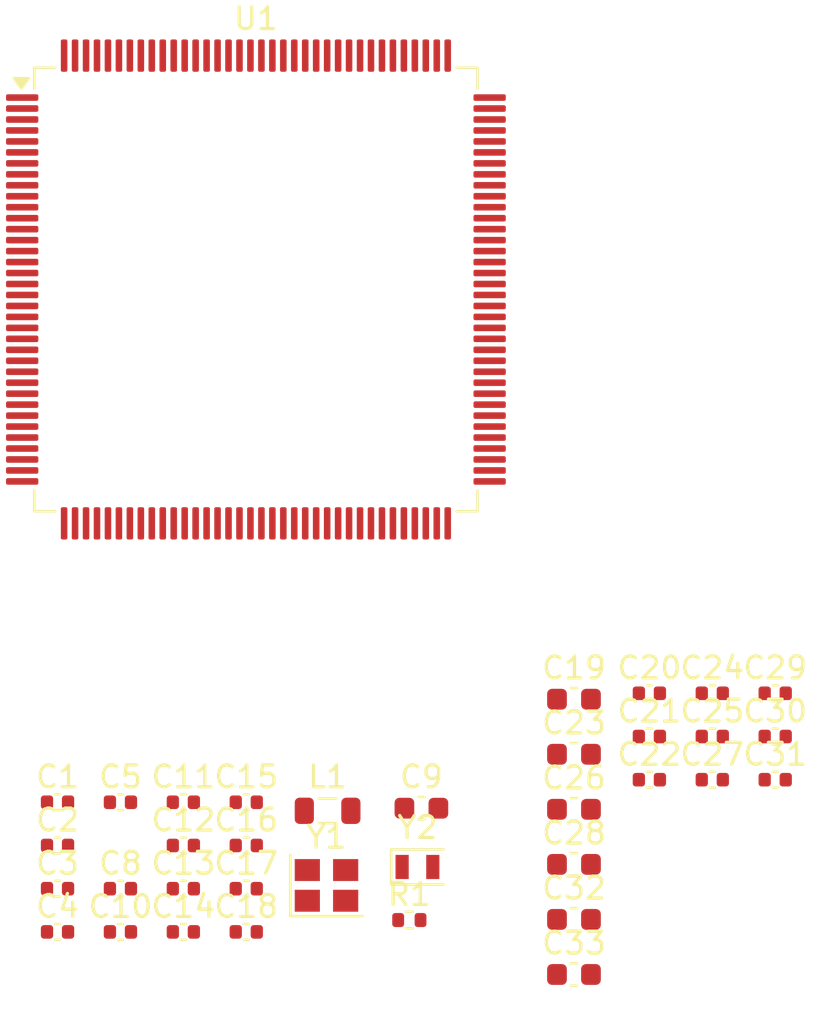
<source format=kicad_pcb>
(kicad_pcb (version 20240108) (generator "pcbnew") (generator_version "8.0")
  (layers (0 "F.Cu" signal) (31 "B.Cu" signal) (34 "B.Paste" user) (35 "F.Paste" user) (36 "B.SilkS" user "B.Silkscreen") (37 "F.SilkS" user "F.Silkscreen") (38 "B.Mask" user) (39 "F.Mask" user) (44 "Edge.Cuts" user))
  (net 0 "")
  (net 1 "/MCU/RCC_OSC_IN")
  (net 2 "GND")
  (net 3 "/MCU/RCC_OSC_OUT")
  (net 4 "/MCU/RCC_OSC32_IN")
  (net 5 "/MCU/RCC_OSC32_OUT")
  (net 6 "/MCU/RESET")
  (net 7 "+3V3")
  (net 8 "VDD11")
  (net 9 "Net-(U1-VLXSMPS)")
  (net 38 "/MCU/DSI_CKP")
  (net 84 "/MCU/DSI_D0P")
  (net 87 "/MCU/DSI_CKN")
  (net 88 "/MCU/DSI_D0N")
  (net 94 "/MCU/BOOT0")
  (net 104 "/MCU/DSI_D1N")
  (net 107 "/MCU/DSI_D1P")
  (footprint "Capacitor_SMD:C_0402_1005Metric" (layer "F.Cu") (at 155.4964 122.692)
    (property "Reference" "C31" (at 0 -1.16 0) (layer "F.SilkS"))
    (property "Value" "100n")
    (fp_line (start -0.107836 -0.36) (end 0.107836 -0.36) (stroke (width 0.12)) (layer "F.SilkS"))
    (fp_line (start -0.107836 0.36) (end 0.107836 0.36) (stroke (width 0.12)) (layer "F.SilkS"))
    (pad "1" smd roundrect (at -0.48 0) (size 0.56 0.62) (layers "F.Cu" "F.Paste" "F.Mask") (net 8 "VDD11"))
    (pad "2" smd roundrect (at 0.48 0) (size 0.56 0.62) (layers "F.Cu" "F.Paste" "F.Mask") (net 2 "GND"))
  )
  (footprint "Crystal:Crystal_SMD_2520-4Pin_2.5x2.0mm" (layer "F.Cu") (at 135.0258 127.5104)
    (property "Reference" "Y1" (at 0 -2.2 0) (layer "F.SilkS"))
    (property "Value" "16MHz")
    (fp_line (start -1.65 -1.4) (end -1.65 1.4) (stroke (width 0.12)) (layer "F.SilkS"))
    (fp_line (start -1.65 1.4) (end 1.65 1.4) (stroke (width 0.12)) (layer "F.SilkS"))
    (pad "1" smd rect (at -0.875 0.7) (size 1.15 1) (layers "F.Cu" "F.Paste" "F.Mask") (net 3 "/MCU/RCC_OSC_OUT"))
    (pad "2" smd rect (at 0.875 0.7) (size 1.15 1) (layers "F.Cu" "F.Paste" "F.Mask") (net 2 "GND"))
    (pad "3" smd rect (at 0.875 -0.7) (size 1.15 1) (layers "F.Cu" "F.Paste" "F.Mask") (net 1 "/MCU/RCC_OSC_IN"))
    (pad "4" smd rect (at -0.875 -0.7) (size 1.15 1) (layers "F.Cu" "F.Paste" "F.Mask") (net 2 "GND"))
  )
  (footprint "Capacitor_SMD:C_0402_1005Metric" (layer "F.Cu") (at 152.6264 120.722)
    (property "Reference" "C25" (at 0 -1.16 0) (layer "F.SilkS"))
    (property "Value" "100n")
    (fp_line (start -0.107836 -0.36) (end 0.107836 -0.36) (stroke (width 0.12)) (layer "F.SilkS"))
    (fp_line (start -0.107836 0.36) (end 0.107836 0.36) (stroke (width 0.12)) (layer "F.SilkS"))
    (pad "1" smd roundrect (at -0.48 0) (size 0.56 0.62) (layers "F.Cu" "F.Paste" "F.Mask") (net 7 "+3V3"))
    (pad "2" smd roundrect (at 0.48 0) (size 0.56 0.62) (layers "F.Cu" "F.Paste" "F.Mask") (net 2 "GND"))
  )
  (footprint "Capacitor_SMD:C_0603_1608Metric" (layer "F.Cu") (at 139.3558 123.9904)
    (property "Reference" "C9" (at 0 -1.43 0) (layer "F.SilkS"))
    (property "Value" "10u")
    (fp_line (start -0.14058 -0.51) (end 0.14058 -0.51) (stroke (width 0.12)) (layer "F.SilkS"))
    (fp_line (start -0.14058 0.51) (end 0.14058 0.51) (stroke (width 0.12)) (layer "F.SilkS"))
    (pad "1" smd roundrect (at -0.775 0) (size 0.9 0.95) (layers "F.Cu" "F.Paste" "F.Mask") (net 7 "+3V3"))
    (pad "2" smd roundrect (at 0.775 0) (size 0.9 0.95) (layers "F.Cu" "F.Paste" "F.Mask") (net 2 "GND"))
  )
  (footprint "Capacitor_SMD:C_0402_1005Metric" (layer "F.Cu") (at 131.3658 127.6604)
    (property "Reference" "C17" (at 0 -1.16 0) (layer "F.SilkS"))
    (property "Value" "100n")
    (fp_line (start -0.107836 -0.36) (end 0.107836 -0.36) (stroke (width 0.12)) (layer "F.SilkS"))
    (fp_line (start -0.107836 0.36) (end 0.107836 0.36) (stroke (width 0.12)) (layer "F.SilkS"))
    (pad "1" smd roundrect (at -0.48 0) (size 0.56 0.62) (layers "F.Cu" "F.Paste" "F.Mask") (net 7 "+3V3"))
    (pad "2" smd roundrect (at 0.48 0) (size 0.56 0.62) (layers "F.Cu" "F.Paste" "F.Mask") (net 2 "GND"))
  )
  (footprint "Capacitor_SMD:C_0402_1005Metric" (layer "F.Cu") (at 149.7564 120.722)
    (property "Reference" "C21" (at 0 -1.16 0) (layer "F.SilkS"))
    (property "Value" "100n")
    (fp_line (start -0.107836 -0.36) (end 0.107836 -0.36) (stroke (width 0.12)) (layer "F.SilkS"))
    (fp_line (start -0.107836 0.36) (end 0.107836 0.36) (stroke (width 0.12)) (layer "F.SilkS"))
    (pad "1" smd roundrect (at -0.48 0) (size 0.56 0.62) (layers "F.Cu" "F.Paste" "F.Mask") (net 7 "+3V3"))
    (pad "2" smd roundrect (at 0.48 0) (size 0.56 0.62) (layers "F.Cu" "F.Paste" "F.Mask") (net 2 "GND"))
  )
  (footprint "Capacitor_SMD:C_0402_1005Metric" (layer "F.Cu") (at 131.3658 129.6304)
    (property "Reference" "C18" (at 0 -1.16 0) (layer "F.SilkS"))
    (property "Value" "100n")
    (fp_line (start -0.107836 -0.36) (end 0.107836 -0.36) (stroke (width 0.12)) (layer "F.SilkS"))
    (fp_line (start -0.107836 0.36) (end 0.107836 0.36) (stroke (width 0.12)) (layer "F.SilkS"))
    (pad "1" smd roundrect (at -0.48 0) (size 0.56 0.62) (layers "F.Cu" "F.Paste" "F.Mask") (net 7 "+3V3"))
    (pad "2" smd roundrect (at 0.48 0) (size 0.56 0.62) (layers "F.Cu" "F.Paste" "F.Mask") (net 2 "GND"))
  )
  (footprint "Capacitor_SMD:C_0603_1608Metric" (layer "F.Cu") (at 146.3164 129.062)
    (property "Reference" "C32" (at 0 -1.43 0) (layer "F.SilkS"))
    (property "Value" "2u2")
    (fp_line (start -0.14058 -0.51) (end 0.14058 -0.51) (stroke (width 0.12)) (layer "F.SilkS"))
    (fp_line (start -0.14058 0.51) (end 0.14058 0.51) (stroke (width 0.12)) (layer "F.SilkS"))
    (pad "1" smd roundrect (at -0.775 0) (size 0.9 0.95) (layers "F.Cu" "F.Paste" "F.Mask") (net 8 "VDD11"))
    (pad "2" smd roundrect (at 0.775 0) (size 0.9 0.95) (layers "F.Cu" "F.Paste" "F.Mask") (net 2 "GND"))
  )
  (footprint "Capacitor_SMD:C_0603_1608Metric" (layer "F.Cu") (at 146.3164 124.042)
    (property "Reference" "C26" (at 0 -1.43 0) (layer "F.SilkS"))
    (property "Value" "1u")
    (fp_line (start -0.14058 -0.51) (end 0.14058 -0.51) (stroke (width 0.12)) (layer "F.SilkS"))
    (fp_line (start -0.14058 0.51) (end 0.14058 0.51) (stroke (width 0.12)) (layer "F.SilkS"))
    (pad "1" smd roundrect (at -0.775 0) (size 0.9 0.95) (layers "F.Cu" "F.Paste" "F.Mask") (net 7 "+3V3"))
    (pad "2" smd roundrect (at 0.775 0) (size 0.9 0.95) (layers "F.Cu" "F.Paste" "F.Mask") (net 2 "GND"))
  )
  (footprint "Package_QFP:LQFP-144_20x20mm_P0.5mm" (layer "F.Cu") (at 131.8061 100.342)
    (property "Reference" "U1" (at 0 -12.35 0) (layer "F.SilkS"))
    (property "Value" "STM32U5G9ZJTxQ")
    (fp_line (start -10.11 -10.11) (end -10.11 -9.16) (stroke (width 0.12)) (layer "F.SilkS"))
    (fp_line (start -10.11 10.11) (end -10.11 9.16) (stroke (width 0.12)) (layer "F.SilkS"))
    (fp_line (start -9.16 -10.11) (end -10.11 -10.11) (stroke (width 0.12)) (layer "F.SilkS"))
    (fp_line (start -9.16 10.11) (end -10.11 10.11) (stroke (width 0.12)) (layer "F.SilkS"))
    (fp_line (start 9.16 -10.11) (end 10.11 -10.11) (stroke (width 0.12)) (layer "F.SilkS"))
    (fp_line (start 9.16 10.11) (end 10.11 10.11) (stroke (width 0.12)) (layer "F.SilkS"))
    (fp_line (start 10.11 -10.11) (end 10.11 -9.16) (stroke (width 0.12)) (layer "F.SilkS"))
    (fp_line (start 10.11 10.11) (end 10.11 9.16) (stroke (width 0.12)) (layer "F.SilkS"))
    (fp_poly (pts (xy -10.7 -9.16) (xy -11.04 -9.63) (xy -10.36 -9.63) (xy -10.7 -9.16)) (stroke (width 0.12)) (fill solid) (layer "F.SilkS"))
    (pad "1" smd roundrect (at -10.6625 -8.75) (size 1.475 0.3) (layers "F.Cu" "F.Paste" "F.Mask"))
    (pad "2" smd roundrect (at -10.6625 -8.25) (size 1.475 0.3) (layers "F.Cu" "F.Paste" "F.Mask"))
    (pad "3" smd roundrect (at -10.6625 -7.75) (size 1.475 0.3) (layers "F.Cu" "F.Paste" "F.Mask"))
    (pad "4" smd roundrect (at -10.6625 -7.25) (size 1.475 0.3) (layers "F.Cu" "F.Paste" "F.Mask"))
    (pad "5" smd roundrect (at -10.6625 -6.75) (size 1.475 0.3) (layers "F.Cu" "F.Paste" "F.Mask"))
    (pad "6" smd roundrect (at -10.6625 -6.25) (size 1.475 0.3) (layers "F.Cu" "F.Paste" "F.Mask"))
    (pad "7" smd roundrect (at -10.6625 -5.75) (size 1.475 0.3) (layers "F.Cu" "F.Paste" "F.Mask"))
    (pad "8" smd roundrect (at -10.6625 -5.25) (size 1.475 0.3) (layers "F.Cu" "F.Paste" "F.Mask") (net 4 "/MCU/RCC_OSC32_IN"))
    (pad "9" smd roundrect (at -10.6625 -4.75) (size 1.475 0.3) (layers "F.Cu" "F.Paste" "F.Mask") (net 5 "/MCU/RCC_OSC32_OUT"))
    (pad "10" smd roundrect (at -10.6625 -4.25) (size 1.475 0.3) (layers "F.Cu" "F.Paste" "F.Mask"))
    (pad "11" smd roundrect (at -10.6625 -3.75) (size 1.475 0.3) (layers "F.Cu" "F.Paste" "F.Mask"))
    (pad "12" smd roundrect (at -10.6625 -3.25) (size 1.475 0.3) (layers "F.Cu" "F.Paste" "F.Mask"))
    (pad "13" smd roundrect (at -10.6625 -2.75) (size 1.475 0.3) (layers "F.Cu" "F.Paste" "F.Mask") (net 7 "+3V3"))
    (pad "14" smd roundrect (at -10.6625 -2.25) (size 1.475 0.3) (layers "F.Cu" "F.Paste" "F.Mask") (net 8 "VDD11"))
    (pad "15" smd roundrect (at -10.6625 -1.75) (size 1.475 0.3) (layers "F.Cu" "F.Paste" "F.Mask") (net 84 "/MCU/DSI_D0P"))
    (pad "16" smd roundrect (at -10.6625 -1.25) (size 1.475 0.3) (layers "F.Cu" "F.Paste" "F.Mask") (net 88 "/MCU/DSI_D0N"))
    (pad "17" smd roundrect (at -10.6625 -0.75) (size 1.475 0.3) (layers "F.Cu" "F.Paste" "F.Mask") (net 2 "GND"))
    (pad "18" smd roundrect (at -10.6625 -0.25) (size 1.475 0.3) (layers "F.Cu" "F.Paste" "F.Mask") (net 38 "/MCU/DSI_CKP"))
    (pad "19" smd roundrect (at -10.6625 0.25) (size 1.475 0.3) (layers "F.Cu" "F.Paste" "F.Mask") (net 87 "/MCU/DSI_CKN"))
    (pad "20" smd roundrect (at -10.6625 0.75) (size 1.475 0.3) (layers "F.Cu" "F.Paste" "F.Mask") (net 8 "VDD11"))
    (pad "21" smd roundrect (at -10.6625 1.25) (size 1.475 0.3) (layers "F.Cu" "F.Paste" "F.Mask") (net 107 "/MCU/DSI_D1P"))
    (pad "22" smd roundrect (at -10.6625 1.75) (size 1.475 0.3) (layers "F.Cu" "F.Paste" "F.Mask") (net 104 "/MCU/DSI_D1N"))
    (pad "23" smd roundrect (at -10.6625 2.25) (size 1.475 0.3) (layers "F.Cu" "F.Paste" "F.Mask") (net 2 "GND"))
    (pad "24" smd roundrect (at -10.6625 2.75) (size 1.475 0.3) (layers "F.Cu" "F.Paste" "F.Mask") (net 2 "GND"))
    (pad "25" smd roundrect (at -10.6625 3.25) (size 1.475 0.3) (layers "F.Cu" "F.Paste" "F.Mask") (net 7 "+3V3"))
    (pad "26" smd roundrect (at -10.6625 3.75) (size 1.475 0.3) (layers "F.Cu" "F.Paste" "F.Mask"))
    (pad "27" smd roundrect (at -10.6625 4.25) (size 1.475 0.3) (layers "F.Cu" "F.Paste" "F.Mask"))
    (pad "28" smd roundrect (at -10.6625 4.75) (size 1.475 0.3) (layers "F.Cu" "F.Paste" "F.Mask") (net 6 "/MCU/RESET"))
    (pad "29" smd roundrect (at -10.6625 5.25) (size 1.475 0.3) (layers "F.Cu" "F.Paste" "F.Mask"))
    (pad "30" smd roundrect (at -10.6625 5.75) (size 1.475 0.3) (layers "F.Cu" "F.Paste" "F.Mask"))
    (pad "31" smd roundrect (at -10.6625 6.25) (size 1.475 0.3) (layers "F.Cu" "F.Paste" "F.Mask"))
    (pad "32" smd roundrect (at -10.6625 6.75) (size 1.475 0.3) (layers "F.Cu" "F.Paste" "F.Mask"))
    (pad "33" smd roundrect (at -10.6625 7.25) (size 1.475 0.3) (layers "F.Cu" "F.Paste" "F.Mask") (net 2 "GND"))
    (pad "34" smd roundrect (at -10.6625 7.75) (size 1.475 0.3) (layers "F.Cu" "F.Paste" "F.Mask") (net 7 "+3V3"))
    (pad "35" smd roundrect (at -10.6625 8.25) (size 1.475 0.3) (layers "F.Cu" "F.Paste" "F.Mask") (net 7 "+3V3"))
    (pad "36" smd roundrect (at -10.6625 8.75) (size 1.475 0.3) (layers "F.Cu" "F.Paste" "F.Mask"))
    (pad "37" smd roundrect (at -8.75 10.6625) (size 0.3 1.475) (layers "F.Cu" "F.Paste" "F.Mask"))
    (pad "38" smd roundrect (at -8.25 10.6625) (size 0.3 1.475) (layers "F.Cu" "F.Paste" "F.Mask"))
    (pad "39" smd roundrect (at -7.75 10.6625) (size 0.3 1.475) (layers "F.Cu" "F.Paste" "F.Mask"))
    (pad "40" smd roundrect (at -7.25 10.6625) (size 0.3 1.475) (layers "F.Cu" "F.Paste" "F.Mask") (net 2 "GND"))
    (pad "41" smd roundrect (at -6.75 10.6625) (size 0.3 1.475) (layers "F.Cu" "F.Paste" "F.Mask") (net 7 "+3V3"))
    (pad "42" smd roundrect (at -6.25 10.6625) (size 0.3 1.475) (layers "F.Cu" "F.Paste" "F.Mask"))
    (pad "43" smd roundrect (at -5.75 10.6625) (size 0.3 1.475) (layers "F.Cu" "F.Paste" "F.Mask"))
    (pad "44" smd roundrect (at -5.25 10.6625) (size 0.3 1.475) (layers "F.Cu" "F.Paste" "F.Mask"))
    (pad "45" smd roundrect (at -4.75 10.6625) (size 0.3 1.475) (layers "F.Cu" "F.Paste" "F.Mask"))
    (pad "46" smd roundrect (at -4.25 10.6625) (size 0.3 1.475) (layers "F.Cu" "F.Paste" "F.Mask"))
    (pad "47" smd roundrect (at -3.75 10.6625) (size 0.3 1.475) (layers "F.Cu" "F.Paste" "F.Mask"))
    (pad "48" smd roundrect (at -3.25 10.6625) (size 0.3 1.475) (layers "F.Cu" "F.Paste" "F.Mask"))
    (pad "49" smd roundrect (at -2.75 10.6625) (size 0.3 1.475) (layers "F.Cu" "F.Paste" "F.Mask"))
    (pad "50" smd roundrect (at -2.25 10.6625) (size 0.3 1.475) (layers "F.Cu" "F.Paste" "F.Mask"))
    (pad "51" smd roundrect (at -1.75 10.6625) (size 0.3 1.475) (layers "F.Cu" "F.Paste" "F.Mask"))
    (pad "52" smd roundrect (at -1.25 10.6625) (size 0.3 1.475) (layers "F.Cu" "F.Paste" "F.Mask"))
    (pad "53" smd roundrect (at -0.75 10.6625) (size 0.3 1.475) (layers "F.Cu" "F.Paste" "F.Mask"))
    (pad "54" smd roundrect (at -0.25 10.6625) (size 0.3 1.475) (layers "F.Cu" "F.Paste" "F.Mask") (net 2 "GND"))
    (pad "55" smd roundrect (at 0.25 10.6625) (size 0.3 1.475) (layers "F.Cu" "F.Paste" "F.Mask") (net 7 "+3V3"))
    (pad "56" smd roundrect (at 0.75 10.6625) (size 0.3 1.475) (layers "F.Cu" "F.Paste" "F.Mask"))
    (pad "57" smd roundrect (at 1.25 10.6625) (size 0.3 1.475) (layers "F.Cu" "F.Paste" "F.Mask"))
    (pad "58" smd roundrect (at 1.75 10.6625) (size 0.3 1.475) (layers "F.Cu" "F.Paste" "F.Mask"))
    (pad "59" smd roundrect (at 2.25 10.6625) (size 0.3 1.475) (layers "F.Cu" "F.Paste" "F.Mask"))
    (pad "60" smd roundrect (at 2.75 10.6625) (size 0.3 1.475) (layers "F.Cu" "F.Paste" "F.Mask"))
    (pad "61" smd roundrect (at 3.25 10.6625) (size 0.3 1.475) (layers "F.Cu" "F.Paste" "F.Mask"))
    (pad "62" smd roundrect (at 3.75 10.6625) (size 0.3 1.475) (layers "F.Cu" "F.Paste" "F.Mask"))
    (pad "63" smd roundrect (at 4.25 10.6625) (size 0.3 1.475) (layers "F.Cu" "F.Paste" "F.Mask"))
    (pad "64" smd roundrect (at 4.75 10.6625) (size 0.3 1.475) (layers "F.Cu" "F.Paste" "F.Mask") (net 9 "Net-(U1-VLXSMPS)"))
    (pad "65" smd roundrect (at 5.25 10.6625) (size 0.3 1.475) (layers "F.Cu" "F.Paste" "F.Mask") (net 7 "+3V3"))
    (pad "66" smd roundrect (at 5.75 10.6625) (size 0.3 1.475) (layers "F.Cu" "F.Paste" "F.Mask") (net 2 "GND"))
    (pad "67" smd roundrect (at 6.25 10.6625) (size 0.3 1.475) (layers "F.Cu" "F.Paste" "F.Mask") (net 8 "VDD11"))
    (pad "68" smd roundrect (at 6.75 10.6625) (size 0.3 1.475) (layers "F.Cu" "F.Paste" "F.Mask") (net 2 "GND"))
    (pad "69" smd roundrect (at 7.25 10.6625) (size 0.3 1.475) (layers "F.Cu" "F.Paste" "F.Mask") (net 7 "+3V3"))
    (pad "70" smd roundrect (at 7.75 10.6625) (size 0.3 1.475) (layers "F.Cu" "F.Paste" "F.Mask"))
    (pad "71" smd roundrect (at 8.25 10.6625) (size 0.3 1.475) (layers "F.Cu" "F.Paste" "F.Mask"))
    (pad "72" smd roundrect (at 8.75 10.6625) (size 0.3 1.475) (layers "F.Cu" "F.Paste" "F.Mask"))
    (pad "73" smd roundrect (at 10.6625 8.75) (size 1.475 0.3) (layers "F.Cu" "F.Paste" "F.Mask"))
    (pad "74" smd roundrect (at 10.6625 8.25) (size 1.475 0.3) (layers "F.Cu" "F.Paste" "F.Mask"))
    (pad "75" smd roundrect (at 10.6625 7.75) (size 1.475 0.3) (layers "F.Cu" "F.Paste" "F.Mask"))
    (pad "76" smd roundrect (at 10.6625 7.25) (size 1.475 0.3) (layers "F.Cu" "F.Paste" "F.Mask"))
    (pad "77" smd roundrect (at 10.6625 6.75) (size 1.475 0.3) (layers "F.Cu" "F.Paste" "F.Mask"))
    (pad "78" smd roundrect (at 10.6625 6.25) (size 1.475 0.3) (layers "F.Cu" "F.Paste" "F.Mask"))
    (pad "79" smd roundrect (at 10.6625 5.75) (size 1.475 0.3) (layers "F.Cu" "F.Paste" "F.Mask"))
    (pad "80" smd roundrect (at 10.6625 5.25) (size 1.475 0.3) (layers "F.Cu" "F.Paste" "F.Mask"))
    (pad "81" smd roundrect (at 10.6625 4.75) (size 1.475 0.3) (layers "F.Cu" "F.Paste" "F.Mask"))
    (pad "82" smd roundrect (at 10.6625 4.25) (size 1.475 0.3) (layers "F.Cu" "F.Paste" "F.Mask") (net 2 "GND"))
    (pad "83" smd roundrect (at 10.6625 3.75) (size 1.475 0.3) (layers "F.Cu" "F.Paste" "F.Mask") (net 7 "+3V3"))
    (pad "84" smd roundrect (at 10.6625 3.25) (size 1.475 0.3) (layers "F.Cu" "F.Paste" "F.Mask"))
    (pad "85" smd roundrect (at 10.6625 2.75) (size 1.475 0.3) (layers "F.Cu" "F.Paste" "F.Mask"))
    (pad "86" smd roundrect (at 10.6625 2.25) (size 1.475 0.3) (layers "F.Cu" "F.Paste" "F.Mask"))
    (pad "87" smd roundrect (at 10.6625 1.75) (size 1.475 0.3) (layers "F.Cu" "F.Paste" "F.Mask"))
    (pad "88" smd roundrect (at 10.6625 1.25) (size 1.475 0.3) (layers "F.Cu" "F.Paste" "F.Mask") (net 2 "GND"))
    (pad "89" smd roundrect (at 10.6625 0.75) (size 1.475 0.3) (layers "F.Cu" "F.Paste" "F.Mask") (net 7 "+3V3"))
    (pad "90" smd roundrect (at 10.6625 0.25) (size 1.475 0.3) (layers "F.Cu" "F.Paste" "F.Mask"))
    (pad "91" smd roundrect (at 10.6625 -0.25) (size 1.475 0.3) (layers "F.Cu" "F.Paste" "F.Mask"))
    (pad "92" smd roundrect (at 10.6625 -0.75) (size 1.475 0.3) (layers "F.Cu" "F.Paste" "F.Mask"))
    (pad "93" smd roundrect (at 10.6625 -1.25) (size 1.475 0.3) (layers "F.Cu" "F.Paste" "F.Mask"))
    (pad "94" smd roundrect (at 10.6625 -1.75) (size 1.475 0.3) (layers "F.Cu" "F.Paste" "F.Mask") (net 2 "GND"))
    (pad "95" smd roundrect (at 10.6625 -2.25) (size 1.475 0.3) (layers "F.Cu" "F.Paste" "F.Mask") (net 7 "+3V3"))
    (pad "96" smd roundrect (at 10.6625 -2.75) (size 1.475 0.3) (layers "F.Cu" "F.Paste" "F.Mask"))
    (pad "97" smd roundrect (at 10.6625 -3.25) (size 1.475 0.3) (layers "F.Cu" "F.Paste" "F.Mask"))
    (pad "98" smd roundrect (at 10.6625 -3.75) (size 1.475 0.3) (layers "F.Cu" "F.Paste" "F.Mask"))
    (pad "99" smd roundrect (at 10.6625 -4.25) (size 1.475 0.3) (layers "F.Cu" "F.Paste" "F.Mask"))
    (pad "100" smd roundrect (at 10.6625 -4.75) (size 1.475 0.3) (layers "F.Cu" "F.Paste" "F.Mask"))
    (pad "101" smd roundrect (at 10.6625 -5.25) (size 1.475 0.3) (layers "F.Cu" "F.Paste" "F.Mask"))
    (pad "102" smd roundrect (at 10.6625 -5.75) (size 1.475 0.3) (layers "F.Cu" "F.Paste" "F.Mask"))
    (pad "103" smd roundrect (at 10.6625 -6.25) (size 1.475 0.3) (layers "F.Cu" "F.Paste" "F.Mask"))
    (pad "104" smd roundrect (at 10.6625 -6.75) (size 1.475 0.3) (layers "F.Cu" "F.Paste" "F.Mask"))
    (pad "105" smd roundrect (at 10.6625 -7.25) (size 1.475 0.3) (layers "F.Cu" "F.Paste" "F.Mask"))
    (pad "106" smd roundrect (at 10.6625 -7.75) (size 1.475 0.3) (layers "F.Cu" "F.Paste" "F.Mask"))
    (pad "107" smd roundrect (at 10.6625 -8.25) (size 1.475 0.3) (layers "F.Cu" "F.Paste" "F.Mask"))
    (pad "108" smd roundrect (at 10.6625 -8.75) (size 1.475 0.3) (layers "F.Cu" "F.Paste" "F.Mask") (net 7 "+3V3"))
    (pad "109" smd roundrect (at 8.75 -10.6625) (size 0.3 1.475) (layers "F.Cu" "F.Paste" "F.Mask") (net 7 "+3V3"))
    (pad "110" smd roundrect (at 8.25 -10.6625) (size 0.3 1.475) (layers "F.Cu" "F.Paste" "F.Mask") (net 2 "GND"))
    (pad "111" smd roundrect (at 7.75 -10.6625) (size 0.3 1.475) (layers "F.Cu" "F.Paste" "F.Mask"))
    (pad "112" smd roundrect (at 7.25 -10.6625) (size 0.3 1.475) (layers "F.Cu" "F.Paste" "F.Mask"))
    (pad "113" smd roundrect (at 6.75 -10.6625) (size 0.3 1.475) (layers "F.Cu" "F.Paste" "F.Mask"))
    (pad "114" smd roundrect (at 6.25 -10.6625) (size 0.3 1.475) (layers "F.Cu" "F.Paste" "F.Mask"))
    (pad "115" smd roundrect (at 5.75 -10.6625) (size 0.3 1.475) (layers "F.Cu" "F.Paste" "F.Mask"))
    (pad "116" smd roundrect (at 5.25 -10.6625) (size 0.3 1.475) (layers "F.Cu" "F.Paste" "F.Mask"))
    (pad "117" smd roundrect (at 4.75 -10.6625) (size 0.3 1.475) (layers "F.Cu" "F.Paste" "F.Mask"))
    (pad "118" smd roundrect (at 4.25 -10.6625) (size 0.3 1.475) (layers "F.Cu" "F.Paste" "F.Mask"))
    (pad "119" smd roundrect (at 3.75 -10.6625) (size 0.3 1.475) (layers "F.Cu" "F.Paste" "F.Mask"))
    (pad "120" smd roundrect (at 3.25 -10.6625) (size 0.3 1.475) (layers "F.Cu" "F.Paste" "F.Mask"))
    (pad "121" smd roundrect (at 2.75 -10.6625) (size 0.3 1.475) (layers "F.Cu" "F.Paste" "F.Mask"))
    (pad "122" smd roundrect (at 2.25 -10.6625) (size 0.3 1.475) (layers "F.Cu" "F.Paste" "F.Mask") (net 7 "+3V3"))
    (pad "123" smd roundrect (at 1.75 -10.6625) (size 0.3 1.475) (layers "F.Cu" "F.Paste" "F.Mask"))
    (pad "124" smd roundrect (at 1.25 -10.6625) (size 0.3 1.475) (layers "F.Cu" "F.Paste" "F.Mask"))
    (pad "125" smd roundrect (at 0.75 -10.6625) (size 0.3 1.475) (layers "F.Cu" "F.Paste" "F.Mask"))
    (pad "126" smd roundrect (at 0.25 -10.6625) (size 0.3 1.475) (layers "F.Cu" "F.Paste" "F.Mask"))
    (pad "127" smd roundrect (at -0.25 -10.6625) (size 0.3 1.475) (layers "F.Cu" "F.Paste" "F.Mask"))
    (pad "128" smd roundrect (at -0.75 -10.6625) (size 0.3 1.475) (layers "F.Cu" "F.Paste" "F.Mask"))
    (pad "129" smd roundrect (at -1.25 -10.6625) (size 0.3 1.475) (layers "F.Cu" "F.Paste" "F.Mask"))
    (pad "130" smd roundrect (at -1.75 -10.6625) (size 0.3 1.475) (layers "F.Cu" "F.Paste" "F.Mask") (net 2 "GND"))
    (pad "131" smd roundrect (at -2.25 -10.6625) (size 0.3 1.475) (layers "F.Cu" "F.Paste" "F.Mask") (net 7 "+3V3"))
    (pad "132" smd roundrect (at -2.75 -10.6625) (size 0.3 1.475) (layers "F.Cu" "F.Paste" "F.Mask"))
    (pad "133" smd roundrect (at -3.25 -10.6625) (size 0.3 1.475) (layers "F.Cu" "F.Paste" "F.Mask"))
    (pad "134" smd roundrect (at -3.75 -10.6625) (size 0.3 1.475) (layers "F.Cu" "F.Paste" "F.Mask"))
    (pad "135" smd roundrect (at -4.25 -10.6625) (size 0.3 1.475) (layers "F.Cu" "F.Paste" "F.Mask"))
    (pad "136" smd roundrect (at -4.75 -10.6625) (size 0.3 1.475) (layers "F.Cu" "F.Paste" "F.Mask"))
    (pad "137" smd roundrect (at -5.25 -10.6625) (size 0.3 1.475) (layers "F.Cu" "F.Paste" "F.Mask"))
    (pad "138" smd roundrect (at -5.75 -10.6625) (size 0.3 1.475) (layers "F.Cu" "F.Paste" "F.Mask") (net 94 "/MCU/BOOT0"))
    (pad "139" smd roundrect (at -6.25 -10.6625) (size 0.3 1.475) (layers "F.Cu" "F.Paste" "F.Mask"))
    (pad "140" smd roundrect (at -6.75 -10.6625) (size 0.3 1.475) (layers "F.Cu" "F.Paste" "F.Mask"))
    (pad "141" smd roundrect (at -7.25 -10.6625) (size 0.3 1.475) (layers "F.Cu" "F.Paste" "F.Mask"))
    (pad "142" smd roundrect (at -7.75 -10.6625) (size 0.3 1.475) (layers "F.Cu" "F.Paste" "F.Mask") (net 8 "VDD11"))
    (pad "143" smd roundrect (at -8.25 -10.6625) (size 0.3 1.475) (layers "F.Cu" "F.Paste" "F.Mask") (net 2 "GND"))
    (pad "144" smd roundrect (at -8.75 -10.6625) (size 0.3 1.475) (layers "F.Cu" "F.Paste" "F.Mask") (net 7 "+3V3"))
  )
  (footprint "Capacitor_SMD:C_0402_1005Metric" (layer "F.Cu") (at 122.7558 129.6304)
    (property "Reference" "C4" (at 0 -1.16 0) (layer "F.SilkS"))
    (property "Value" "22p")
    (fp_line (start -0.107836 -0.36) (end 0.107836 -0.36) (stroke (width 0.12)) (layer "F.SilkS"))
    (fp_line (start -0.107836 0.36) (end 0.107836 0.36) (stroke (width 0.12)) (layer "F.SilkS"))
    (pad "1" smd roundrect (at -0.48 0) (size 0.56 0.62) (layers "F.Cu" "F.Paste" "F.Mask") (net 2 "GND"))
    (pad "2" smd roundrect (at 0.48 0) (size 0.56 0.62) (layers "F.Cu" "F.Paste" "F.Mask") (net 5 "/MCU/RCC_OSC32_OUT"))
  )
  (footprint "Capacitor_SMD:C_0603_1608Metric" (layer "F.Cu") (at 146.3164 119.022)
    (property "Reference" "C19" (at 0 -1.43 0) (layer "F.SilkS"))
    (property "Value" "4u7")
    (fp_line (start -0.14058 -0.51) (end 0.14058 -0.51) (stroke (width 0.12)) (layer "F.SilkS"))
    (fp_line (start -0.14058 0.51) (end 0.14058 0.51) (stroke (width 0.12)) (layer "F.SilkS"))
    (pad "1" smd roundrect (at -0.775 0) (size 0.9 0.95) (layers "F.Cu" "F.Paste" "F.Mask") (net 7 "+3V3"))
    (pad "2" smd roundrect (at 0.775 0) (size 0.9 0.95) (layers "F.Cu" "F.Paste" "F.Mask") (net 2 "GND"))
  )
  (footprint "Capacitor_SMD:C_0402_1005Metric" (layer "F.Cu") (at 125.6258 127.6604)
    (property "Reference" "C8" (at 0 -1.16 0) (layer "F.SilkS"))
    (property "Value" "100n")
    (fp_line (start -0.107836 -0.36) (end 0.107836 -0.36) (stroke (width 0.12)) (layer "F.SilkS"))
    (fp_line (start -0.107836 0.36) (end 0.107836 0.36) (stroke (width 0.12)) (layer "F.SilkS"))
    (pad "1" smd roundrect (at -0.48 0) (size 0.56 0.62) (layers "F.Cu" "F.Paste" "F.Mask") (net 7 "+3V3"))
    (pad "2" smd roundrect (at 0.48 0) (size 0.56 0.62) (layers "F.Cu" "F.Paste" "F.Mask") (net 2 "GND"))
  )
  (footprint "Capacitor_SMD:C_0402_1005Metric" (layer "F.Cu") (at 131.3658 125.6904)
    (property "Reference" "C16" (at 0 -1.16 0) (layer "F.SilkS"))
    (property "Value" "100n")
    (fp_line (start -0.107836 -0.36) (end 0.107836 -0.36) (stroke (width 0.12)) (layer "F.SilkS"))
    (fp_line (start -0.107836 0.36) (end 0.107836 0.36) (stroke (width 0.12)) (layer "F.SilkS"))
    (pad "1" smd roundrect (at -0.48 0) (size 0.56 0.62) (layers "F.Cu" "F.Paste" "F.Mask") (net 7 "+3V3"))
    (pad "2" smd roundrect (at 0.48 0) (size 0.56 0.62) (layers "F.Cu" "F.Paste" "F.Mask") (net 2 "GND"))
  )
  (footprint "Capacitor_SMD:C_0402_1005Metric" (layer "F.Cu") (at 155.4964 118.752)
    (property "Reference" "C29" (at 0 -1.16 0) (layer "F.SilkS"))
    (property "Value" "100n")
    (fp_line (start -0.107836 -0.36) (end 0.107836 -0.36) (stroke (width 0.12)) (layer "F.SilkS"))
    (fp_line (start -0.107836 0.36) (end 0.107836 0.36) (stroke (width 0.12)) (layer "F.SilkS"))
    (pad "1" smd roundrect (at -0.48 0) (size 0.56 0.62) (layers "F.Cu" "F.Paste" "F.Mask") (net 7 "+3V3"))
    (pad "2" smd roundrect (at 0.48 0) (size 0.56 0.62) (layers "F.Cu" "F.Paste" "F.Mask") (net 2 "GND"))
  )
  (footprint "Resistor_SMD:R_0402_1005Metric" (layer "F.Cu") (at 138.8058 129.0904)
    (property "Reference" "R1" (at 0 -1.17 0) (layer "F.SilkS"))
    (property "Value" "10K")
    (fp_line (start -0.153641 -0.38) (end 0.153641 -0.38) (stroke (width 0.12)) (layer "F.SilkS"))
    (fp_line (start -0.153641 0.38) (end 0.153641 0.38) (stroke (width 0.12)) (layer "F.SilkS"))
    (pad "1" smd roundrect (at -0.51 0) (size 0.54 0.64) (layers "F.Cu" "F.Paste" "F.Mask") (net 7 "+3V3"))
    (pad "2" smd roundrect (at 0.51 0) (size 0.54 0.64) (layers "F.Cu" "F.Paste" "F.Mask") (net 6 "/MCU/RESET"))
  )
  (footprint "Capacitor_SMD:C_0402_1005Metric" (layer "F.Cu") (at 131.3658 123.7204)
    (property "Reference" "C15" (at 0 -1.16 0) (layer "F.SilkS"))
    (property "Value" "100n")
    (fp_line (start -0.107836 -0.36) (end 0.107836 -0.36) (stroke (width 0.12)) (layer "F.SilkS"))
    (fp_line (start -0.107836 0.36) (end 0.107836 0.36) (stroke (width 0.12)) (layer "F.SilkS"))
    (pad "1" smd roundrect (at -0.48 0) (size 0.56 0.62) (layers "F.Cu" "F.Paste" "F.Mask") (net 7 "+3V3"))
    (pad "2" smd roundrect (at 0.48 0) (size 0.56 0.62) (layers "F.Cu" "F.Paste" "F.Mask") (net 2 "GND"))
  )
  (footprint "Capacitor_SMD:C_0603_1608Metric" (layer "F.Cu") (at 146.3164 121.532)
    (property "Reference" "C23" (at 0 -1.43 0) (layer "F.SilkS"))
    (property "Value" "10u")
    (fp_line (start -0.14058 -0.51) (end 0.14058 -0.51) (stroke (width 0.12)) (layer "F.SilkS"))
    (fp_line (start -0.14058 0.51) (end 0.14058 0.51) (stroke (width 0.12)) (layer "F.SilkS"))
    (pad "1" smd roundrect (at -0.775 0) (size 0.9 0.95) (layers "F.Cu" "F.Paste" "F.Mask") (net 7 "+3V3"))
    (pad "2" smd roundrect (at 0.775 0) (size 0.9 0.95) (layers "F.Cu" "F.Paste" "F.Mask") (net 2 "GND"))
  )
  (footprint "Capacitor_SMD:C_0603_1608Metric" (layer "F.Cu") (at 146.3164 131.572)
    (property "Reference" "C33" (at 0 -1.43 0) (layer "F.SilkS"))
    (property "Value" "2u2")
    (fp_line (start -0.14058 -0.51) (end 0.14058 -0.51) (stroke (width 0.12)) (layer "F.SilkS"))
    (fp_line (start -0.14058 0.51) (end 0.14058 0.51) (stroke (width 0.12)) (layer "F.SilkS"))
    (pad "1" smd roundrect (at -0.775 0) (size 0.9 0.95) (layers "F.Cu" "F.Paste" "F.Mask") (net 8 "VDD11"))
    (pad "2" smd roundrect (at 0.775 0) (size 0.9 0.95) (layers "F.Cu" "F.Paste" "F.Mask") (net 2 "GND"))
  )
  (footprint "Inductor_SMD:L_0805_2012Metric" (layer "F.Cu") (at 135.0758 124.1104)
    (property "Reference" "L1" (at 0 -1.55 0) (layer "F.SilkS"))
    (property "Value" "2u2")
    (fp_line (start -0.399622 -0.56) (end 0.399622 -0.56) (stroke (width 0.12)) (layer "F.SilkS"))
    (fp_line (start -0.399622 0.56) (end 0.399622 0.56) (stroke (width 0.12)) (layer "F.SilkS"))
    (pad "1" smd roundrect (at -1.0625 0) (size 0.875 1.2) (layers "F.Cu" "F.Paste" "F.Mask") (net 8 "VDD11"))
    (pad "2" smd roundrect (at 1.0625 0) (size 0.875 1.2) (layers "F.Cu" "F.Paste" "F.Mask") (net 9 "Net-(U1-VLXSMPS)"))
  )
  (footprint "Capacitor_SMD:C_0402_1005Metric" (layer "F.Cu") (at 128.4958 129.6304)
    (property "Reference" "C14" (at 0 -1.16 0) (layer "F.SilkS"))
    (property "Value" "100n")
    (fp_line (start -0.107836 -0.36) (end 0.107836 -0.36) (stroke (width 0.12)) (layer "F.SilkS"))
    (fp_line (start -0.107836 0.36) (end 0.107836 0.36) (stroke (width 0.12)) (layer "F.SilkS"))
    (pad "1" smd roundrect (at -0.48 0) (size 0.56 0.62) (layers "F.Cu" "F.Paste" "F.Mask") (net 7 "+3V3"))
    (pad "2" smd roundrect (at 0.48 0) (size 0.56 0.62) (layers "F.Cu" "F.Paste" "F.Mask") (net 2 "GND"))
  )
  (footprint "Capacitor_SMD:C_0402_1005Metric" (layer "F.Cu") (at 149.7564 122.692)
    (property "Reference" "C22" (at 0 -1.16 0) (layer "F.SilkS"))
    (property "Value" "100n")
    (fp_line (start -0.107836 -0.36) (end 0.107836 -0.36) (stroke (width 0.12)) (layer "F.SilkS"))
    (fp_line (start -0.107836 0.36) (end 0.107836 0.36) (stroke (width 0.12)) (layer "F.SilkS"))
    (pad "1" smd roundrect (at -0.48 0) (size 0.56 0.62) (layers "F.Cu" "F.Paste" "F.Mask") (net 7 "+3V3"))
    (pad "2" smd roundrect (at 0.48 0) (size 0.56 0.62) (layers "F.Cu" "F.Paste" "F.Mask") (net 2 "GND"))
  )
  (footprint "Capacitor_SMD:C_0402_1005Metric" (layer "F.Cu") (at 149.7564 118.752)
    (property "Reference" "C20" (at 0 -1.16 0) (layer "F.SilkS"))
    (property "Value" "100n")
    (fp_line (start -0.107836 -0.36) (end 0.107836 -0.36) (stroke (width 0.12)) (layer "F.SilkS"))
    (fp_line (start -0.107836 0.36) (end 0.107836 0.36) (stroke (width 0.12)) (layer "F.SilkS"))
    (pad "1" smd roundrect (at -0.48 0) (size 0.56 0.62) (layers "F.Cu" "F.Paste" "F.Mask") (net 7 "+3V3"))
    (pad "2" smd roundrect (at 0.48 0) (size 0.56 0.62) (layers "F.Cu" "F.Paste" "F.Mask") (net 2 "GND"))
  )
  (footprint "Capacitor_SMD:C_0402_1005Metric" (layer "F.Cu") (at 125.6258 123.7204)
    (property "Reference" "C5" (at 0 -1.16 0) (layer "F.SilkS"))
    (property "Value" "100n")
    (fp_line (start -0.107836 -0.36) (end 0.107836 -0.36) (stroke (width 0.12)) (layer "F.SilkS"))
    (fp_line (start -0.107836 0.36) (end 0.107836 0.36) (stroke (width 0.12)) (layer "F.SilkS"))
    (pad "1" smd roundrect (at -0.48 0) (size 0.56 0.62) (layers "F.Cu" "F.Paste" "F.Mask") (net 2 "GND"))
    (pad "2" smd roundrect (at 0.48 0) (size 0.56 0.62) (layers "F.Cu" "F.Paste" "F.Mask") (net 6 "/MCU/RESET"))
  )
  (footprint "Capacitor_SMD:C_0402_1005Metric" (layer "F.Cu") (at 128.4958 125.6904)
    (property "Reference" "C12" (at 0 -1.16 0) (layer "F.SilkS"))
    (property "Value" "100n")
    (fp_line (start -0.107836 -0.36) (end 0.107836 -0.36) (stroke (width 0.12)) (layer "F.SilkS"))
    (fp_line (start -0.107836 0.36) (end 0.107836 0.36) (stroke (width 0.12)) (layer "F.SilkS"))
    (pad "1" smd roundrect (at -0.48 0) (size 0.56 0.62) (layers "F.Cu" "F.Paste" "F.Mask") (net 7 "+3V3"))
    (pad "2" smd roundrect (at 0.48 0) (size 0.56 0.62) (layers "F.Cu" "F.Paste" "F.Mask") (net 2 "GND"))
  )
  (footprint "Crystal:Crystal_SMD_2012-2Pin_2.0x1.2mm" (layer "F.Cu") (at 139.1758 126.6704)
    (property "Reference" "Y2" (at 0 -1.8 0) (layer "F.SilkS"))
    (property "Value" "32.768KHz")
    (fp_line (start -1.2 -0.8) (end -1.2 0.8) (stroke (width 0.12)) (layer "F.SilkS"))
    (fp_line (start -1.2 0.8) (end 1.2 0.8) (stroke (width 0.12)) (layer "F.SilkS"))
    (fp_line (start 1.2 -0.8) (end -1.2 -0.8) (stroke (width 0.12)) (layer "F.SilkS"))
    (pad "1" smd rect (at -0.7 0) (size 0.6 1.1) (layers "F.Cu" "F.Paste" "F.Mask") (net 5 "/MCU/RCC_OSC32_OUT"))
    (pad "2" smd rect (at 0.7 0) (size 0.6 1.1) (layers "F.Cu" "F.Paste" "F.Mask") (net 4 "/MCU/RCC_OSC32_IN"))
  )
  (footprint "Capacitor_SMD:C_0603_1608Metric" (layer "F.Cu") (at 146.3164 126.552)
    (property "Reference" "C28" (at 0 -1.43 0) (layer "F.SilkS"))
    (property "Value" "1u")
    (fp_line (start -0.14058 -0.51) (end 0.14058 -0.51) (stroke (width 0.12)) (layer "F.SilkS"))
    (fp_line (start -0.14058 0.51) (end 0.14058 0.51) (stroke (width 0.12)) (layer "F.SilkS"))
    (pad "1" smd roundrect (at -0.775 0) (size 0.9 0.95) (layers "F.Cu" "F.Paste" "F.Mask") (net 7 "+3V3"))
    (pad "2" smd roundrect (at 0.775 0) (size 0.9 0.95) (layers "F.Cu" "F.Paste" "F.Mask") (net 2 "GND"))
  )
  (footprint "Capacitor_SMD:C_0402_1005Metric" (layer "F.Cu") (at 152.6264 122.692)
    (property "Reference" "C27" (at 0 -1.16 0) (layer "F.SilkS"))
    (property "Value" "100n")
    (fp_line (start -0.107836 -0.36) (end 0.107836 -0.36) (stroke (width 0.12)) (layer "F.SilkS"))
    (fp_line (start -0.107836 0.36) (end 0.107836 0.36) (stroke (width 0.12)) (layer "F.SilkS"))
    (pad "1" smd roundrect (at -0.48 0) (size 0.56 0.62) (layers "F.Cu" "F.Paste" "F.Mask") (net 7 "+3V3"))
    (pad "2" smd roundrect (at 0.48 0) (size 0.56 0.62) (layers "F.Cu" "F.Paste" "F.Mask") (net 2 "GND"))
  )
  (footprint "Capacitor_SMD:C_0402_1005Metric" (layer "F.Cu") (at 122.7558 123.7204)
    (property "Reference" "C1" (at 0 -1.16 0) (layer "F.SilkS"))
    (property "Value" "22p")
    (fp_line (start -0.107836 -0.36) (end 0.107836 -0.36) (stroke (width 0.12)) (layer "F.SilkS"))
    (fp_line (start -0.107836 0.36) (end 0.107836 0.36) (stroke (width 0.12)) (layer "F.SilkS"))
    (pad "1" smd roundrect (at -0.48 0) (size 0.56 0.62) (layers "F.Cu" "F.Paste" "F.Mask") (net 2 "GND"))
    (pad "2" smd roundrect (at 0.48 0) (size 0.56 0.62) (layers "F.Cu" "F.Paste" "F.Mask") (net 1 "/MCU/RCC_OSC_IN"))
  )
  (footprint "Capacitor_SMD:C_0402_1005Metric" (layer "F.Cu") (at 152.6264 118.752)
    (property "Reference" "C24" (at 0 -1.16 0) (layer "F.SilkS"))
    (property "Value" "100n")
    (fp_line (start -0.107836 -0.36) (end 0.107836 -0.36) (stroke (width 0.12)) (layer "F.SilkS"))
    (fp_line (start -0.107836 0.36) (end 0.107836 0.36) (stroke (width 0.12)) (layer "F.SilkS"))
    (pad "1" smd roundrect (at -0.48 0) (size 0.56 0.62) (layers "F.Cu" "F.Paste" "F.Mask") (net 7 "+3V3"))
    (pad "2" smd roundrect (at 0.48 0) (size 0.56 0.62) (layers "F.Cu" "F.Paste" "F.Mask") (net 2 "GND"))
  )
  (footprint "Capacitor_SMD:C_0402_1005Metric" (layer "F.Cu") (at 155.4964 120.722)
    (property "Reference" "C30" (at 0 -1.16 0) (layer "F.SilkS"))
    (property "Value" "100n")
    (fp_line (start -0.107836 -0.36) (end 0.107836 -0.36) (stroke (width 0.12)) (layer "F.SilkS"))
    (fp_line (start -0.107836 0.36) (end 0.107836 0.36) (stroke (width 0.12)) (layer "F.SilkS"))
    (pad "1" smd roundrect (at -0.48 0) (size 0.56 0.62) (layers "F.Cu" "F.Paste" "F.Mask") (net 8 "VDD11"))
    (pad "2" smd roundrect (at 0.48 0) (size 0.56 0.62) (layers "F.Cu" "F.Paste" "F.Mask") (net 2 "GND"))
  )
  (footprint "Capacitor_SMD:C_0402_1005Metric" (layer "F.Cu") (at 122.7558 125.6904)
    (property "Reference" "C2" (at 0 -1.16 0) (layer "F.SilkS"))
    (property "Value" "22p")
    (fp_line (start -0.107836 -0.36) (end 0.107836 -0.36) (stroke (width 0.12)) (layer "F.SilkS"))
    (fp_line (start -0.107836 0.36) (end 0.107836 0.36) (stroke (width 0.12)) (layer "F.SilkS"))
    (pad "1" smd roundrect (at -0.48 0) (size 0.56 0.62) (layers "F.Cu" "F.Paste" "F.Mask") (net 2 "GND"))
    (pad "2" smd roundrect (at 0.48 0) (size 0.56 0.62) (layers "F.Cu" "F.Paste" "F.Mask") (net 3 "/MCU/RCC_OSC_OUT"))
  )
  (footprint "Capacitor_SMD:C_0402_1005Metric" (layer "F.Cu") (at 128.4958 127.6604)
    (property "Reference" "C13" (at 0 -1.16 0) (layer "F.SilkS"))
    (property "Value" "100n")
    (fp_line (start -0.107836 -0.36) (end 0.107836 -0.36) (stroke (width 0.12)) (layer "F.SilkS"))
    (fp_line (start -0.107836 0.36) (end 0.107836 0.36) (stroke (width 0.12)) (layer "F.SilkS"))
    (pad "1" smd roundrect (at -0.48 0) (size 0.56 0.62) (layers "F.Cu" "F.Paste" "F.Mask") (net 7 "+3V3"))
    (pad "2" smd roundrect (at 0.48 0) (size 0.56 0.62) (layers "F.Cu" "F.Paste" "F.Mask") (net 2 "GND"))
  )
  (footprint "Capacitor_SMD:C_0402_1005Metric" (layer "F.Cu") (at 128.4958 123.7204)
    (property "Reference" "C11" (at 0 -1.16 0) (layer "F.SilkS"))
    (property "Value" "100n")
    (fp_line (start -0.107836 -0.36) (end 0.107836 -0.36) (stroke (width 0.12)) (layer "F.SilkS"))
    (fp_line (start -0.107836 0.36) (end 0.107836 0.36) (stroke (width 0.12)) (layer "F.SilkS"))
    (pad "1" smd roundrect (at -0.48 0) (size 0.56 0.62) (layers "F.Cu" "F.Paste" "F.Mask") (net 7 "+3V3"))
    (pad "2" smd roundrect (at 0.48 0) (size 0.56 0.62) (layers "F.Cu" "F.Paste" "F.Mask") (net 2 "GND"))
  )
  (footprint "Capacitor_SMD:C_0402_1005Metric" (layer "F.Cu") (at 122.7558 127.6604)
    (property "Reference" "C3" (at 0 -1.16 0) (layer "F.SilkS"))
    (property "Value" "22p")
    (fp_line (start -0.107836 -0.36) (end 0.107836 -0.36) (stroke (width 0.12)) (layer "F.SilkS"))
    (fp_line (start -0.107836 0.36) (end 0.107836 0.36) (stroke (width 0.12)) (layer "F.SilkS"))
    (pad "1" smd roundrect (at -0.48 0) (size 0.56 0.62) (layers "F.Cu" "F.Paste" "F.Mask") (net 2 "GND"))
    (pad "2" smd roundrect (at 0.48 0) (size 0.56 0.62) (layers "F.Cu" "F.Paste" "F.Mask") (net 4 "/MCU/RCC_OSC32_IN"))
  )
  (footprint "Capacitor_SMD:C_0402_1005Metric" (layer "F.Cu") (at 125.6258 129.6304)
    (property "Reference" "C10" (at 0 -1.16 0) (layer "F.SilkS"))
    (property "Value" "100n")
    (fp_line (start -0.107836 -0.36) (end 0.107836 -0.36) (stroke (width 0.12)) (layer "F.SilkS"))
    (fp_line (start -0.107836 0.36) (end 0.107836 0.36) (stroke (width 0.12)) (layer "F.SilkS"))
    (pad "1" smd roundrect (at -0.48 0) (size 0.56 0.62) (layers "F.Cu" "F.Paste" "F.Mask") (net 7 "+3V3"))
    (pad "2" smd roundrect (at 0.48 0) (size 0.56 0.62) (layers "F.Cu" "F.Paste" "F.Mask") (net 2 "GND"))
  )
)
</source>
